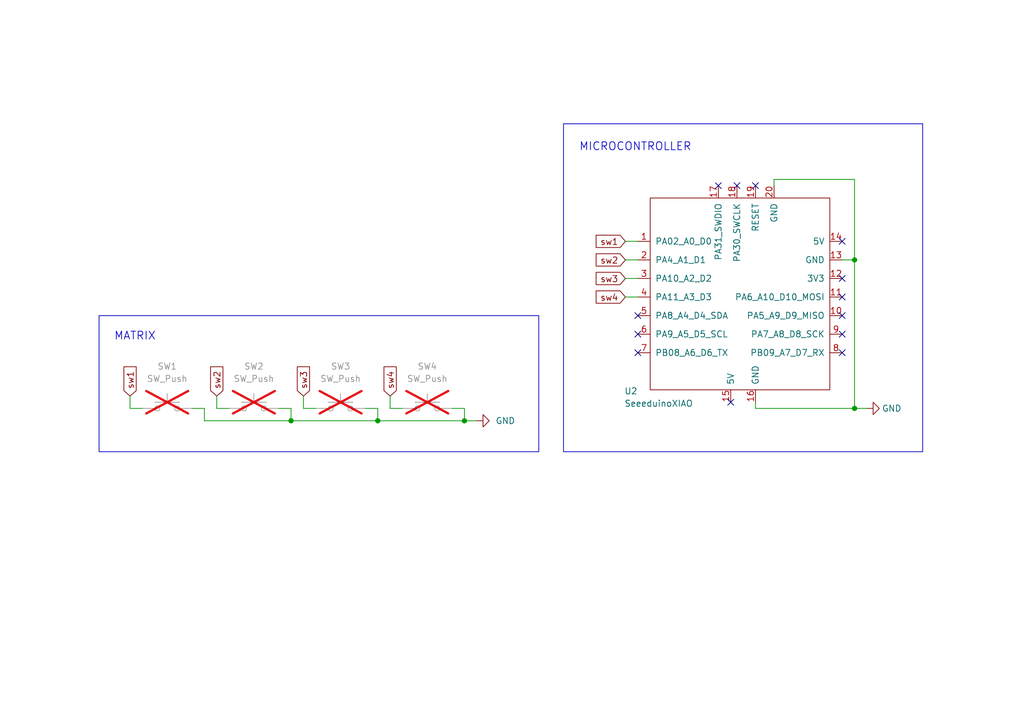
<source format=kicad_sch>
(kicad_sch (version 20231120) (generator "eeschema") (generator_version "8.0")
  (paper "A5")
  (title_block (title "Macro Keyboard 1x4") (date "2025-01-22") (rev "0.2"))
  (lib_symbols
    (symbol "Seeeduino XIAO:SeeeduinoXIAO" (pin_names (offset 1.016))
      (property "Reference" "U" (at -19.05 22.86 0))
      (property "Value" "SeeeduinoXIAO" (at -12.7 21.59 0))
      (symbol "SeeeduinoXIAO_0_1"
        (rectangle (start -19.05 20.32) (end 17.78 -19.05))
      )
      (symbol "SeeeduinoXIAO_1_1"
        (pin unspecified line (at -21.59 11.43 0) (length 2.54) (name "PA02_A0_D0") (number "1"))
        (pin unspecified line (at 20.32 -3.81 180) (length 2.54) (name "PA5_A9_D9_MISO") (number "10"))
        (pin unspecified line (at 20.32 0 180) (length 2.54) (name "PA6_A10_D10_MOSI") (number "11"))
        (pin unspecified line (at 20.32 3.81 180) (length 2.54) (name "3V3") (number "12"))
        (pin unspecified line (at 20.32 7.62 180) (length 2.54) (name "GND") (number "13"))
        (pin unspecified line (at 20.32 11.43 180) (length 2.54) (name "5V") (number "14"))
        (pin input line (at -2.54 -21.59 90) (length 2.54) (name "5V") (number "15"))
        (pin input line (at 2.54 -21.59 90) (length 2.54) (name "GND") (number "16"))
        (pin input line (at -5.08 22.86 270) (length 2.54) (name "PA31_SWDIO") (number "17"))
        (pin input line (at -1.27 22.86 270) (length 2.54) (name "PA30_SWCLK") (number "18"))
        (pin input line (at 2.54 22.86 270) (length 2.54) (name "RESET") (number "19"))
        (pin unspecified line (at -21.59 7.62 0) (length 2.54) (name "PA4_A1_D1") (number "2"))
        (pin input line (at 6.35 22.86 270) (length 2.54) (name "GND") (number "20"))
        (pin unspecified line (at -21.59 3.81 0) (length 2.54) (name "PA10_A2_D2") (number "3"))
        (pin unspecified line (at -21.59 0 0) (length 2.54) (name "PA11_A3_D3") (number "4"))
        (pin unspecified line (at -21.59 -3.81 0) (length 2.54) (name "PA8_A4_D4_SDA") (number "5"))
        (pin unspecified line (at -21.59 -7.62 0) (length 2.54) (name "PA9_A5_D5_SCL") (number "6"))
        (pin unspecified line (at -21.59 -11.43 0) (length 2.54) (name "PB08_A6_D6_TX") (number "7"))
        (pin unspecified line (at 20.32 -11.43 180) (length 2.54) (name "PB09_A7_D7_RX") (number "8"))
        (pin unspecified line (at 20.32 -7.62 180) (length 2.54) (name "PA7_A8_D8_SCK") (number "9"))
      )
    )
    (symbol "Switch:SW_Push" (pin_numbers hide) (pin_names (offset 1.016) hide)
      (property "Reference" "SW" (at 1.27 2.54 0))
      (property "Value" "SW_Push" (at 0 -1.524 0))
      (symbol "SW_Push_0_1"
        (circle (center -2.032 0) (radius 0.508))
        (polyline (pts (xy 0 1.27) (xy 0 3.048)))
        (polyline (pts (xy 2.54 1.27) (xy -2.54 1.27)))
        (circle (center 2.032 0) (radius 0.508))
        (pin passive line (at -5.08 0 0) (length 2.54) (name "1") (number "1"))
        (pin passive line (at 5.08 0 180) (length 2.54) (name "2") (number "2"))
      )
    )
    (symbol "power:GND" (power) (pin_numbers hide) (pin_names (offset 0) hide)
      (property "Value" "GND" (at 0 -3.81 0))
      (symbol "GND_0_1"
        (polyline (pts (xy 0 0) (xy 0 -1.27) (xy 1.27 -1.27) (xy 0 -2.54) (xy -1.27 -1.27) (xy 0 -1.27)))
      )
      (symbol "GND_1_1"
        (pin power_in line (at 0 0 270) (length 0) (name "~") (number "1"))
      )
    )
  )
  (junction (at 95.25 86.36))
  (junction (at 175.26 83.82))
  (junction (at 59.69 86.36))
  (junction (at 77.47 86.36))
  (junction (at 175.26 53.34))
  (no_connect (at 172.72 57.15))
  (no_connect (at 147.32 38.1))
  (no_connect (at 130.81 72.39))
  (no_connect (at 151.13 38.1))
  (no_connect (at 154.94 38.1))
  (no_connect (at 130.81 68.58))
  (no_connect (at 172.72 72.39))
  (no_connect (at 172.72 64.77))
  (no_connect (at 172.72 60.96))
  (no_connect (at 149.86 82.55))
  (no_connect (at 172.72 49.53))
  (no_connect (at 130.81 64.77))
  (no_connect (at 172.72 68.58))
  (wire (pts (xy 41.91 86.36) (xy 59.69 86.36)))
  (wire (pts (xy 59.69 86.36) (xy 77.47 86.36)))
  (wire (pts (xy 59.69 83.82) (xy 59.69 86.36)))
  (wire (pts (xy 128.27 49.53) (xy 130.81 49.53)))
  (wire (pts (xy 177.8 83.82) (xy 175.26 83.82)))
  (wire (pts (xy 154.94 82.55) (xy 154.94 83.82)))
  (wire (pts (xy 92.71 83.82) (xy 95.25 83.82)))
  (wire (pts (xy 95.25 83.82) (xy 95.25 86.36)))
  (wire (pts (xy 62.23 81.28) (xy 62.23 83.82)))
  (wire (pts (xy 128.27 57.15) (xy 130.81 57.15)))
  (wire (pts (xy 128.27 53.34) (xy 130.81 53.34)))
  (wire (pts (xy 39.37 83.82) (xy 41.91 83.82)))
  (wire (pts (xy 82.55 83.82) (xy 80.01 83.82)))
  (wire (pts (xy 77.47 86.36) (xy 95.25 86.36)))
  (wire (pts (xy 158.75 38.1) (xy 158.75 36.83)))
  (wire (pts (xy 158.75 36.83) (xy 175.26 36.83)))
  (wire (pts (xy 95.25 86.36) (xy 97.79 86.36)))
  (wire (pts (xy 175.26 36.83) (xy 175.26 53.34)))
  (wire (pts (xy 77.47 83.82) (xy 77.47 86.36)))
  (wire (pts (xy 57.15 83.82) (xy 59.69 83.82)))
  (wire (pts (xy 175.26 83.82) (xy 175.26 53.34)))
  (wire (pts (xy 41.91 83.82) (xy 41.91 86.36)))
  (wire (pts (xy 172.72 53.34) (xy 175.26 53.34)))
  (wire (pts (xy 26.67 81.28) (xy 26.67 83.82)))
  (wire (pts (xy 29.21 83.82) (xy 26.67 83.82)))
  (wire (pts (xy 80.01 81.28) (xy 80.01 83.82)))
  (wire (pts (xy 46.99 83.82) (xy 44.45 83.82)))
  (wire (pts (xy 128.27 60.96) (xy 130.81 60.96)))
  (wire (pts (xy 64.77 83.82) (xy 62.23 83.82)))
  (wire (pts (xy 44.45 81.28) (xy 44.45 83.82)))
  (wire (pts (xy 154.94 83.82) (xy 175.26 83.82)))
  (wire (pts (xy 74.93 83.82) (xy 77.47 83.82)))
  (rectangle (start 20.32 64.77) (end 110.49 92.71))
  (rectangle (start 115.57 25.4) (end 189.23 92.71))
  (text "MICROCONTROLLER" (at 130.302 30.226 0) (effects (font (size 1.6256 1.6256))))
  (text "MATRIX" (at 27.686 69.088 0) (effects (font (size 1.6256 1.6256))))
  (global_label "sw1" (shape input) (at 26.67 81.28 90) (property "Intersheetrefs" "${INTERSHEET_REFS}" (effects (hide yes))))
  (global_label "sw4" (shape input) (at 80.01 81.28 90) (property "Intersheetrefs" "${INTERSHEET_REFS}" (effects (hide yes))))
  (global_label "sw1" (shape input) (at 128.27 49.53 180) (property "Intersheetrefs" "${INTERSHEET_REFS}" (effects (hide yes))))
  (global_label "sw3" (shape input) (at 62.23 81.28 90) (property "Intersheetrefs" "${INTERSHEET_REFS}" (effects (hide yes))))
  (global_label "sw2" (shape input) (at 44.45 81.28 90) (property "Intersheetrefs" "${INTERSHEET_REFS}" (effects (hide yes))))
  (global_label "sw2" (shape input) (at 128.27 53.34 180) (property "Intersheetrefs" "${INTERSHEET_REFS}" (effects (hide yes))))
  (global_label "sw3" (shape input) (at 128.27 57.15 180) (property "Intersheetrefs" "${INTERSHEET_REFS}" (effects (hide yes))))
  (global_label "sw4" (shape input) (at 128.27 60.96 180) (property "Intersheetrefs" "${INTERSHEET_REFS}" (effects (hide yes))))
  (symbol (lib_id "power:GND") (at 177.8 83.82 90) (unit 1)
    (property "Reference" "#PWR01" (effects (hide yes)))
    (property "Value" "GND" (at 182.88 83.82 90))
    (property "Description" "Power symbol creates a global label with name \"GND\" , ground" (effects (hide yes)))
  )
  (symbol (lib_id "Switch:SW_Push") (at 52.07 83.82 0) (unit 1) (dnp yes)
    (property "Reference" "SW2" (at 52.07 75.184 0))
    (property "Value" "SW_Push" (at 52.07 77.724 0))
    (property "Footprint" "MX_Only:MXOnly-1U-Hotswap" (effects (hide yes)))
    (property "Description" "Push button switch, generic, two pins" (effects (hide yes)))
  )
  (symbol (lib_id "Switch:SW_Push") (at 34.29 83.82 0) (unit 1) (dnp yes)
    (property "Reference" "SW1" (at 34.29 75.184 0))
    (property "Value" "SW_Push" (at 34.29 77.724 0))
    (property "Footprint" "MX_Only:MXOnly-1U-Hotswap" (effects (hide yes)))
    (property "Description" "Push button switch, generic, two pins" (effects (hide yes)))
  )
  (symbol (lib_id "Switch:SW_Push") (at 87.63 83.82 0) (unit 1) (dnp yes)
    (property "Reference" "SW4" (at 87.63 75.184 0))
    (property "Value" "SW_Push" (at 87.63 77.724 0))
    (property "Footprint" "MX_Only:MXOnly-1U-Hotswap" (effects (hide yes)))
    (property "Description" "Push button switch, generic, two pins" (effects (hide yes)))
  )
  (symbol (lib_id "power:GND") (at 97.79 86.36 90) (unit 1)
    (property "Reference" "#PWR06" (effects (hide yes)))
    (property "Value" "GND" (at 101.6 86.3599 90) (effects (justify right)))
    (property "Description" "Power symbol creates a global label with name \"GND\" , ground" (effects (hide yes)))
  )
  (symbol (lib_id "Seeeduino XIAO:SeeeduinoXIAO") (at 152.4 60.96 0) (unit 1)
    (property "Reference" "U2" (at 128.016 80.264 0) (effects (justify left)))
    (property "Value" "SeeeduinoXIAO" (at 128.016 82.804 0) (effects (justify left)))
    (property "Footprint" "Seeeduino XIAO KICAD:Seeeduino XIAO-MOUDLE14P-2.54-21X17.8MM" (effects (hide yes)))
  )
  (symbol (lib_id "Switch:SW_Push") (at 69.85 83.82 0) (unit 1) (dnp yes)
    (property "Reference" "SW3" (at 69.85 75.184 0))
    (property "Value" "SW_Push" (at 69.85 77.724 0))
    (property "Footprint" "MX_Only:MXOnly-1U-Hotswap" (effects (hide yes)))
    (property "Description" "Push button switch, generic, two pins" (effects (hide yes)))
  )
)
</source>
